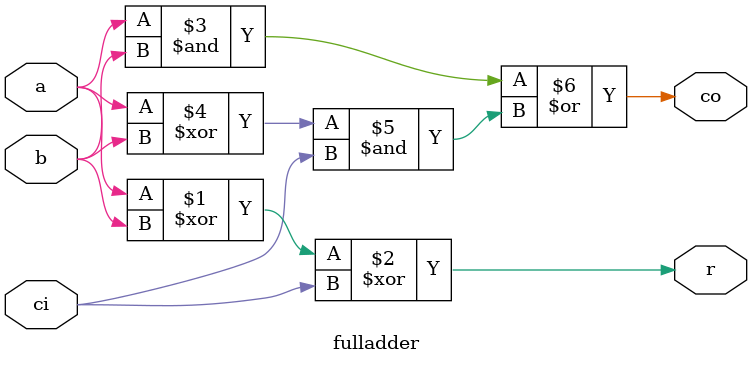
<source format=v>
module fulladder (a, b, ci, r, co);
   input a, b, ci;
   output r, co;

   assign r = a^b^ci;
   assign co = (a&b)|((a^b)&ci);
endmodule

</source>
